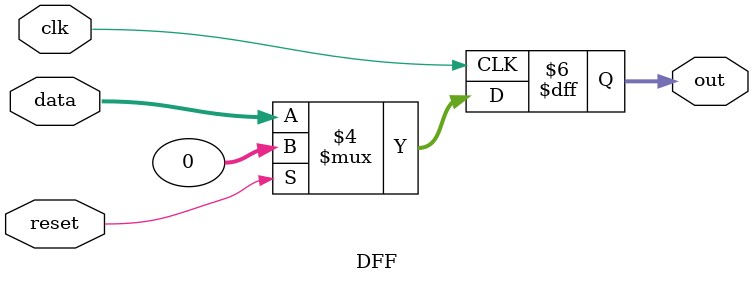
<source format=sv>
`timescale 1ns / 1ps

module DFF #(
    parameter                       DATA_WIDTH=32) (    // 
    input  logic                    clk,                // System clock
    input  logic                    reset,              // Reset signal
    input  logic [DATA_WIDTH-1:0]   data,               // 
    output logic [DATA_WIDTH-1:0]   out);               // 
    
    always_ff @(posedge clk) begin
        if (reset == 1'b1)
            out <= '0;
        else
            out <= data;
    end
    
endmodule

</source>
